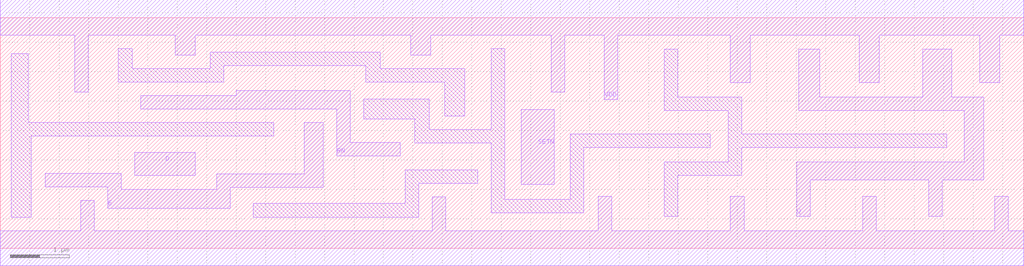
<source format=lef>
# Copyright 2022 GlobalFoundries PDK Authors
#
# Licensed under the Apache License, Version 2.0 (the "License");
# you may not use this file except in compliance with the License.
# You may obtain a copy of the License at
#
#      http://www.apache.org/licenses/LICENSE-2.0
#
# Unless required by applicable law or agreed to in writing, software
# distributed under the License is distributed on an "AS IS" BASIS,
# WITHOUT WARRANTIES OR CONDITIONS OF ANY KIND, either express or implied.
# See the License for the specific language governing permissions and
# limitations under the License.

MACRO gf180mcu_fd_sc_mcu7t5v0__latrsnq_4
  CLASS core ;
  FOREIGN gf180mcu_fd_sc_mcu7t5v0__latrsnq_4 0.0 0.0 ;
  ORIGIN 0 0 ;
  SYMMETRY X Y ;
  SITE GF018hv5v_mcu_sc7 ;
  SIZE 17.36 BY 3.92 ;
  PIN D
    DIRECTION INPUT ;
    ANTENNAGATEAREA 0.552 ;
    PORT
      LAYER METAL1 ;
        POLYGON 2.285 1.24 3.31 1.24 3.31 1.63 2.285 1.63  ;
    END
  END D
  PIN E
    DIRECTION INPUT ;
    USE clock ;
    ANTENNAGATEAREA 1.2935 ;
    PORT
      LAYER METAL1 ;
        POLYGON 0.76 1.045 1.825 1.045 1.825 0.68 3.905 0.68 3.905 1.035 5.475 1.035 5.475 2.135 5.16 2.135 5.16 1.265 3.675 1.265 3.675 1 2.055 1 2.055 1.275 0.76 1.275  ;
    END
  END E
  PIN RN
    DIRECTION INPUT ;
    ANTENNAGATEAREA 0.789 ;
    PORT
      LAYER METAL1 ;
        POLYGON 2.38 2.365 4.64 2.365 5.705 2.365 5.705 1.565 6.78 1.565 6.78 1.795 5.935 1.795 5.935 2.68 4.64 2.68 4 2.68 4 2.595 2.38 2.595  ;
    END
  END RN
  PIN SETN
    DIRECTION INPUT ;
    ANTENNAGATEAREA 0.7415 ;
    PORT
      LAYER METAL1 ;
        POLYGON 8.84 1.085 9.4 1.085 9.4 2.355 8.84 2.355  ;
    END
  END SETN
  PIN Q
    DIRECTION OUTPUT ;
    ANTENNADIFFAREA 2.1216 ;
    PORT
      LAYER METAL1 ;
        POLYGON 13.54 2.34 16.05 2.34 16.35 2.34 16.35 1.465 13.505 1.465 13.505 0.545 13.735 0.545 13.735 1.16 15.745 1.16 15.745 0.545 15.975 0.545 15.975 1.16 16.68 1.16 16.68 2.57 16.14 2.57 16.14 3.38 16.05 3.38 15.645 3.38 15.645 2.57 13.9 2.57 13.9 3.38 13.54 3.38  ;
    END
  END Q
  PIN VDD
    DIRECTION INOUT ;
    USE power ;
    SHAPE ABUTMENT ;
    PORT
      LAYER METAL1 ;
        POLYGON 0 3.62 1.265 3.62 1.265 2.655 1.495 2.655 1.495 3.62 2.97 3.62 2.97 3.285 3.31 3.285 3.31 3.62 6.96 3.62 6.96 3.285 7.3 3.285 7.3 3.62 7.875 3.62 9.345 3.62 9.345 2.655 9.575 2.655 9.575 3.62 10.245 3.62 10.245 2.53 10.475 2.53 10.475 3.62 12.38 3.62 12.38 2.815 12.72 2.815 12.72 3.62 14.57 3.62 14.57 2.815 14.91 2.815 14.91 3.62 16.05 3.62 16.61 3.62 16.61 2.815 16.95 2.815 16.95 3.62 17.36 3.62 17.36 4.22 16.05 4.22 7.875 4.22 0 4.22  ;
    END
  END VDD
  PIN VSS
    DIRECTION INOUT ;
    USE ground ;
    SHAPE ABUTMENT ;
    PORT
      LAYER METAL1 ;
        POLYGON 0 -0.3 17.36 -0.3 17.36 0.3 17.095 0.3 17.095 0.885 16.865 0.885 16.865 0.3 14.855 0.3 14.855 0.885 14.625 0.885 14.625 0.3 12.615 0.3 12.615 0.885 12.385 0.885 12.385 0.3 10.375 0.3 10.375 0.885 10.145 0.885 10.145 0.3 7.555 0.3 7.555 0.875 7.325 0.875 7.325 0.3 1.595 0.3 1.595 0.815 1.365 0.815 1.365 0.3 0 0.3  ;
    END
  END VSS
  OBS
      LAYER METAL1 ;
        POLYGON 0.19 0.53 0.53 0.53 0.53 1.905 4.64 1.905 4.64 2.135 0.475 2.135 0.475 3.31 0.19 3.31  ;
        POLYGON 2.005 2.825 3.79 2.825 3.79 3.105 6.195 3.105 6.195 2.825 7.535 2.825 7.535 2.25 7.875 2.25 7.875 3.055 6.445 3.055 6.445 3.335 3.56 3.335 3.56 3.055 2.235 3.055 2.235 3.39 2.005 3.39  ;
        POLYGON 4.29 0.53 7.095 0.53 7.095 1.105 8.095 1.105 8.095 1.335 6.865 1.335 6.865 0.76 4.29 0.76  ;
        POLYGON 6.165 2.195 7.03 2.195 7.03 1.79 8.325 1.79 8.325 0.605 9.895 0.605 9.895 1.715 12.04 1.715 12.04 1.945 9.665 1.945 9.665 0.835 8.555 0.835 8.555 3.39 8.325 3.39 8.325 2.02 7.28 2.02 7.28 2.535 6.165 2.535  ;
        POLYGON 11.265 2.34 12.345 2.34 12.345 1.465 11.265 1.465 11.265 0.545 11.495 0.545 11.495 1.235 12.575 1.235 12.575 1.715 16.05 1.715 16.05 1.945 12.575 1.945 12.575 2.57 11.495 2.57 11.495 3.38 11.265 3.38  ;
  END
END gf180mcu_fd_sc_mcu7t5v0__latrsnq_4

</source>
